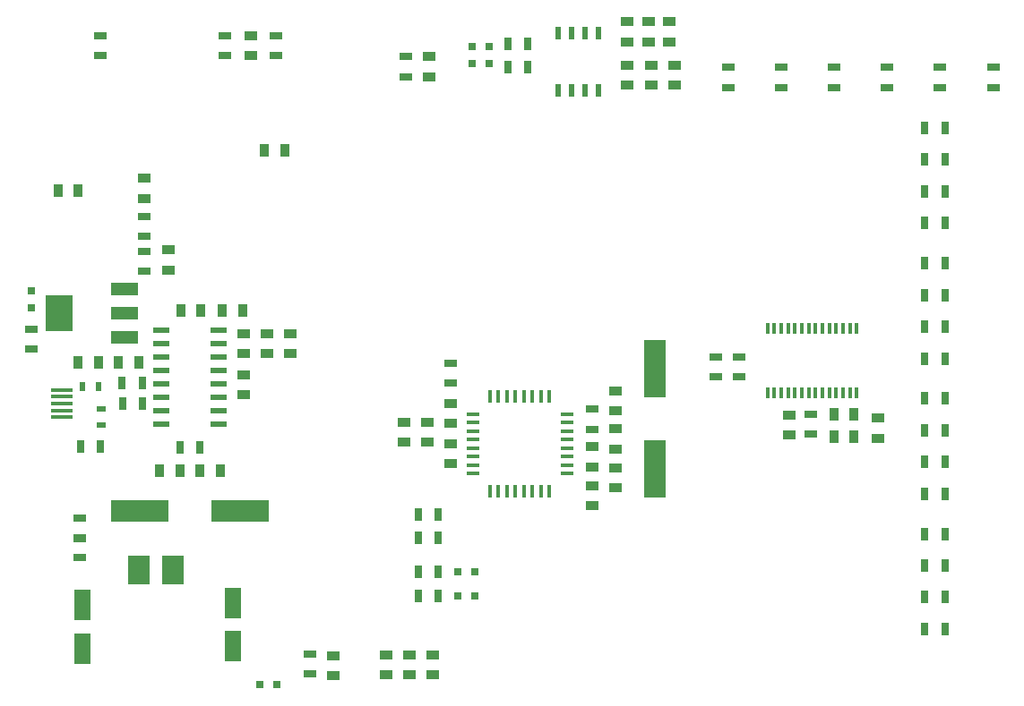
<source format=gtp>
G04 Layer_Color=8421504*
%FSLAX25Y25*%
%MOIN*%
G70*
G01*
G75*
%ADD10R,0.05906X0.02362*%
%ADD11R,0.03150X0.03150*%
%ADD12R,0.05118X0.02756*%
%ADD13R,0.03543X0.02362*%
%ADD14R,0.02362X0.03543*%
%ADD15R,0.03543X0.05118*%
%ADD16R,0.21654X0.08268*%
%ADD17R,0.02756X0.05118*%
%ADD18R,0.05118X0.03543*%
%ADD19R,0.03150X0.03150*%
%ADD20R,0.06299X0.11811*%
%ADD21R,0.08268X0.21654*%
%ADD22R,0.01772X0.04724*%
%ADD23R,0.04724X0.01772*%
%ADD25R,0.01378X0.03937*%
%ADD26R,0.07874X0.10630*%
%ADD27R,0.09843X0.04724*%
%ADD28R,0.09843X0.13780*%
%ADD29R,0.02362X0.04724*%
%ADD30R,0.08268X0.01575*%
D10*
X56693Y165541D02*
D03*
Y160541D02*
D03*
Y155541D02*
D03*
Y150541D02*
D03*
X77953Y165541D02*
D03*
Y160541D02*
D03*
Y155541D02*
D03*
Y140581D02*
D03*
Y145581D02*
D03*
Y150581D02*
D03*
X56693Y140581D02*
D03*
Y145581D02*
D03*
X77953Y130522D02*
D03*
Y135522D02*
D03*
X56693Y130522D02*
D03*
Y135522D02*
D03*
D11*
X8268Y174016D02*
D03*
Y180315D02*
D03*
D12*
Y165945D02*
D03*
Y158465D02*
D03*
X111811Y37598D02*
D03*
Y45079D02*
D03*
X26378Y80905D02*
D03*
Y88386D02*
D03*
Y87992D02*
D03*
Y95472D02*
D03*
X80315Y275394D02*
D03*
Y267913D02*
D03*
X147638Y267520D02*
D03*
Y260039D02*
D03*
X33858Y267913D02*
D03*
Y275394D02*
D03*
X99213Y267913D02*
D03*
Y275394D02*
D03*
X50394Y200591D02*
D03*
Y208071D02*
D03*
Y195079D02*
D03*
Y187598D02*
D03*
X216831Y136221D02*
D03*
Y128740D02*
D03*
X164173Y145866D02*
D03*
Y153347D02*
D03*
X267717Y256102D02*
D03*
Y263583D02*
D03*
X287402Y256102D02*
D03*
Y263583D02*
D03*
X307087Y256102D02*
D03*
Y263583D02*
D03*
X326772Y256102D02*
D03*
Y263583D02*
D03*
X346457Y256102D02*
D03*
Y263583D02*
D03*
X366142Y256102D02*
D03*
Y263583D02*
D03*
X271654Y148228D02*
D03*
Y155709D02*
D03*
X262992Y148228D02*
D03*
Y155709D02*
D03*
X298425Y126969D02*
D03*
Y134449D02*
D03*
D13*
X34400Y130447D02*
D03*
Y136353D02*
D03*
D14*
X27461Y144488D02*
D03*
X33366D02*
D03*
D15*
X56102Y113386D02*
D03*
X63583D02*
D03*
X78543D02*
D03*
X71063D02*
D03*
X86811Y172835D02*
D03*
X79331D02*
D03*
X40748Y153543D02*
D03*
X48228D02*
D03*
X63976Y172835D02*
D03*
X71457D02*
D03*
X33268Y153543D02*
D03*
X25787D02*
D03*
X102559Y232677D02*
D03*
X95079D02*
D03*
X18307Y217717D02*
D03*
X25787D02*
D03*
X314370Y125984D02*
D03*
X306890D02*
D03*
X314370Y134252D02*
D03*
X306890D02*
D03*
D16*
X48622Y98425D02*
D03*
X86024D02*
D03*
D17*
X63583Y122047D02*
D03*
X71063D02*
D03*
X42160Y138200D02*
D03*
X49640D02*
D03*
X42060Y145900D02*
D03*
X49540D02*
D03*
X26575Y122441D02*
D03*
X34055D02*
D03*
X185630Y272441D02*
D03*
X193110D02*
D03*
X185630Y263779D02*
D03*
X193110D02*
D03*
X159634Y75561D02*
D03*
X152154D02*
D03*
X159694Y66745D02*
D03*
X152213D02*
D03*
X159634Y88189D02*
D03*
X152154D02*
D03*
X159634Y96850D02*
D03*
X152154D02*
D03*
X340748Y128347D02*
D03*
X348228D02*
D03*
X340748Y140157D02*
D03*
X348229D02*
D03*
X340748Y77953D02*
D03*
X348228D02*
D03*
X340748Y89764D02*
D03*
X348229D02*
D03*
X340748Y104724D02*
D03*
X348229D02*
D03*
X340748Y116535D02*
D03*
X348228D02*
D03*
X340748Y54331D02*
D03*
X348228D02*
D03*
X340748Y66142D02*
D03*
X348228D02*
D03*
X340748Y229134D02*
D03*
X348228D02*
D03*
X340748Y240945D02*
D03*
X348228D02*
D03*
X340748Y205512D02*
D03*
X348228D02*
D03*
X340748Y217323D02*
D03*
X348229D02*
D03*
X340748Y178740D02*
D03*
X348229D02*
D03*
X340748Y190551D02*
D03*
X348228D02*
D03*
X340748Y155118D02*
D03*
X348229D02*
D03*
X340748Y166929D02*
D03*
X348228D02*
D03*
D18*
X87402Y156890D02*
D03*
Y164370D02*
D03*
X96063Y156890D02*
D03*
Y164370D02*
D03*
X104724Y156890D02*
D03*
Y164370D02*
D03*
X87402Y149016D02*
D03*
Y141535D02*
D03*
X59449Y195472D02*
D03*
Y187992D02*
D03*
X237858Y273031D02*
D03*
Y280512D02*
D03*
X229984Y273031D02*
D03*
Y280512D02*
D03*
X245732Y273031D02*
D03*
Y280512D02*
D03*
X89900Y275440D02*
D03*
Y267960D02*
D03*
X156299Y267520D02*
D03*
Y260039D02*
D03*
X50394Y222244D02*
D03*
Y214764D02*
D03*
X120472Y36811D02*
D03*
Y44291D02*
D03*
X148819Y37205D02*
D03*
Y44685D02*
D03*
X140157Y37205D02*
D03*
Y44685D02*
D03*
X157480Y37205D02*
D03*
Y44685D02*
D03*
X225590Y143110D02*
D03*
Y135630D02*
D03*
Y121457D02*
D03*
Y128937D02*
D03*
X164173Y123425D02*
D03*
Y115945D02*
D03*
X155512Y131299D02*
D03*
Y123819D02*
D03*
X164173Y130905D02*
D03*
Y138386D02*
D03*
X146949Y123819D02*
D03*
Y131299D02*
D03*
X225590Y106890D02*
D03*
Y114370D02*
D03*
X216929Y114764D02*
D03*
Y122244D02*
D03*
Y100197D02*
D03*
Y107677D02*
D03*
X229921Y264370D02*
D03*
Y256890D02*
D03*
X238976Y264370D02*
D03*
Y256890D02*
D03*
X247638Y264370D02*
D03*
Y256890D02*
D03*
X290158Y134055D02*
D03*
Y126575D02*
D03*
X323228Y125394D02*
D03*
Y132874D02*
D03*
D19*
X99606Y33465D02*
D03*
X93307D02*
D03*
X178740Y271260D02*
D03*
X172441D02*
D03*
X178740Y264961D02*
D03*
X172441D02*
D03*
X167044Y75561D02*
D03*
X173343D02*
D03*
X167044Y66745D02*
D03*
X173343D02*
D03*
D20*
X27165Y63189D02*
D03*
Y47047D02*
D03*
X83465Y63976D02*
D03*
Y47835D02*
D03*
D21*
X240158Y151378D02*
D03*
Y113976D02*
D03*
D22*
X201024Y105591D02*
D03*
X197874D02*
D03*
X194724D02*
D03*
X191575D02*
D03*
X188425D02*
D03*
X185276D02*
D03*
X182126D02*
D03*
X178976D02*
D03*
X178976Y141024D02*
D03*
X182126D02*
D03*
X185276D02*
D03*
X188425D02*
D03*
X191575D02*
D03*
X194724D02*
D03*
X197874D02*
D03*
X201024D02*
D03*
D23*
X172480Y112283D02*
D03*
Y115433D02*
D03*
Y118583D02*
D03*
Y121732D02*
D03*
Y124882D02*
D03*
Y128032D02*
D03*
Y131181D02*
D03*
Y134331D02*
D03*
X207716D02*
D03*
Y131181D02*
D03*
Y128032D02*
D03*
Y124882D02*
D03*
Y121732D02*
D03*
Y118583D02*
D03*
Y115433D02*
D03*
Y112283D02*
D03*
D25*
X282185Y142323D02*
D03*
X284744D02*
D03*
X287303D02*
D03*
X289862D02*
D03*
X292421D02*
D03*
X294980D02*
D03*
X297539D02*
D03*
X300098D02*
D03*
X302658D02*
D03*
X305217D02*
D03*
X307776D02*
D03*
X310335D02*
D03*
X312894D02*
D03*
X315453D02*
D03*
X282185Y166339D02*
D03*
X284744D02*
D03*
X287303D02*
D03*
X289862D02*
D03*
X292421D02*
D03*
X294980D02*
D03*
X297539D02*
D03*
X300098D02*
D03*
X302658D02*
D03*
X305217D02*
D03*
X307776D02*
D03*
X310335D02*
D03*
X312894D02*
D03*
X315453D02*
D03*
D26*
X48425Y76378D02*
D03*
X61024D02*
D03*
D27*
X42913Y162992D02*
D03*
Y172047D02*
D03*
Y181102D02*
D03*
D28*
X18504Y172047D02*
D03*
D29*
X219311Y276378D02*
D03*
X214311D02*
D03*
X209311D02*
D03*
X204311D02*
D03*
X219311Y255118D02*
D03*
X214311D02*
D03*
X209311D02*
D03*
X204311D02*
D03*
D30*
X19587Y133169D02*
D03*
Y135728D02*
D03*
Y138287D02*
D03*
Y140847D02*
D03*
Y143405D02*
D03*
M02*

</source>
